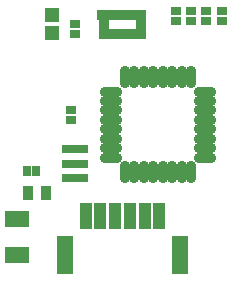
<source format=gts>
G04 #@! TF.FileFunction,Soldermask,Top*
%FSLAX46Y46*%
G04 Gerber Fmt 4.6, Leading zero omitted, Abs format (unit mm)*
G04 Created by KiCad (PCBNEW 4.0.7) date 07/27/18 12:45:35*
%MOMM*%
%LPD*%
G01*
G04 APERTURE LIST*
%ADD10C,0.100000*%
%ADD11R,0.900000X0.800000*%
%ADD12O,1.900000X0.900000*%
%ADD13O,0.900000X1.900000*%
%ADD14R,2.000000X1.400000*%
%ADD15R,1.000000X2.200000*%
%ADD16R,1.400000X3.200000*%
%ADD17R,0.900000X1.300000*%
%ADD18R,1.289000X1.289000*%
%ADD19R,0.980000X0.900000*%
%ADD20R,0.900000X0.900000*%
%ADD21R,0.800000X0.900000*%
%ADD22R,2.300000X0.800000*%
G04 APERTURE END LIST*
D10*
D11*
X146000000Y-90500000D03*
X146000000Y-91300000D03*
D12*
X149000000Y-96200000D03*
X149000000Y-97000000D03*
X149000000Y-97800000D03*
X149000000Y-98600000D03*
X149000000Y-99400000D03*
X149000000Y-100200000D03*
X149000000Y-101000000D03*
X149000000Y-101800000D03*
D13*
X150200000Y-103000000D03*
X151000000Y-103000000D03*
X151800000Y-103000000D03*
X152600000Y-103000000D03*
X153400000Y-103000000D03*
X154200000Y-103000000D03*
X155000000Y-103000000D03*
X155800000Y-103000000D03*
D12*
X157000000Y-101800000D03*
X157000000Y-101000000D03*
X157000000Y-100200000D03*
X157000000Y-99400000D03*
X157000000Y-98600000D03*
X157000000Y-97800000D03*
X157000000Y-97000000D03*
X157000000Y-96200000D03*
D13*
X155800000Y-95000000D03*
X155000000Y-95000000D03*
X154200000Y-95000000D03*
X153400000Y-95000000D03*
X152600000Y-95000000D03*
X151800000Y-95000000D03*
X151000000Y-95000000D03*
X150200000Y-95000000D03*
D14*
X141100000Y-107000000D03*
X141100000Y-110000000D03*
D15*
X153125000Y-106725000D03*
X151875000Y-106725000D03*
X150625000Y-106725000D03*
X149375000Y-106725000D03*
X148125000Y-106725000D03*
X146875000Y-106725000D03*
D16*
X145150000Y-110075000D03*
X154850000Y-110075000D03*
D17*
X142000000Y-104800000D03*
X143500000Y-104800000D03*
D18*
X144000000Y-89738000D03*
X144000000Y-91262000D03*
D19*
X148360000Y-89700000D03*
D20*
X149200000Y-89700000D03*
X150000000Y-89700000D03*
X150800000Y-89700000D03*
X151600000Y-89700000D03*
X151600000Y-90500000D03*
X151600000Y-91300000D03*
X150800000Y-91300000D03*
X150000000Y-91300000D03*
X149200000Y-91300000D03*
X148400000Y-91300000D03*
X148400000Y-90500000D03*
D21*
X141900000Y-102900000D03*
X142700000Y-102900000D03*
D11*
X154500000Y-89400000D03*
X154500000Y-90200000D03*
X155800000Y-89400000D03*
X155800000Y-90200000D03*
X157100000Y-89400000D03*
X157100000Y-90200000D03*
X158400000Y-89400000D03*
X158400000Y-90200000D03*
D22*
X146000000Y-103500000D03*
X146000000Y-102300000D03*
X146000000Y-101100000D03*
D11*
X145600000Y-98600000D03*
X145600000Y-97800000D03*
M02*

</source>
